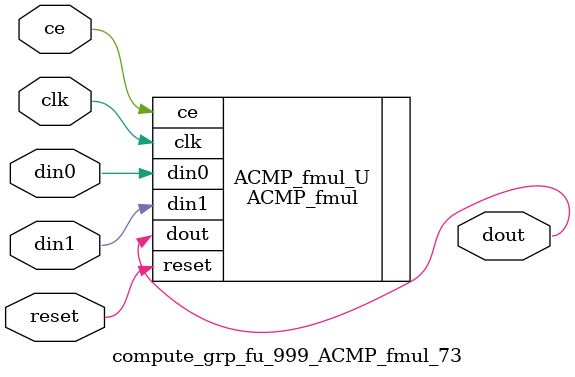
<source format=v>

`timescale 1 ns / 1 ps
module compute_grp_fu_999_ACMP_fmul_73(
    clk,
    reset,
    ce,
    din0,
    din1,
    dout);

parameter ID = 32'd1;
parameter NUM_STAGE = 32'd1;
parameter din0_WIDTH = 32'd1;
parameter din1_WIDTH = 32'd1;
parameter dout_WIDTH = 32'd1;
input clk;
input reset;
input ce;
input[din0_WIDTH - 1:0] din0;
input[din1_WIDTH - 1:0] din1;
output[dout_WIDTH - 1:0] dout;



ACMP_fmul #(
.ID( ID ),
.NUM_STAGE( 4 ),
.din0_WIDTH( din0_WIDTH ),
.din1_WIDTH( din1_WIDTH ),
.dout_WIDTH( dout_WIDTH ))
ACMP_fmul_U(
    .clk( clk ),
    .reset( reset ),
    .ce( ce ),
    .din0( din0 ),
    .din1( din1 ),
    .dout( dout ));

endmodule

</source>
